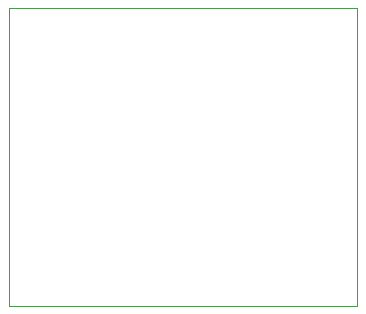
<source format=gm1>
G04 #@! TF.GenerationSoftware,KiCad,Pcbnew,9.0.1+1*
G04 #@! TF.CreationDate,2025-11-07T12:40:08+00:00*
G04 #@! TF.ProjectId,intergalaktik,696e7465-7267-4616-9c61-6b74696b2e6b,v1.0*
G04 #@! TF.SameCoordinates,Original*
G04 #@! TF.FileFunction,Profile,NP*
%FSLAX46Y46*%
G04 Gerber Fmt 4.6, Leading zero omitted, Abs format (unit mm)*
G04 Created by KiCad (PCBNEW 9.0.1+1) date 2025-11-07 12:40:08*
%MOMM*%
%LPD*%
G01*
G04 APERTURE LIST*
G04 #@! TA.AperFunction,Profile*
%ADD10C,0.050000*%
G04 #@! TD*
G04 APERTURE END LIST*
D10*
X120670000Y-103370000D02*
X150160000Y-103370000D01*
X150160000Y-128650000D01*
X120670000Y-128650000D01*
X120670000Y-103370000D01*
M02*

</source>
